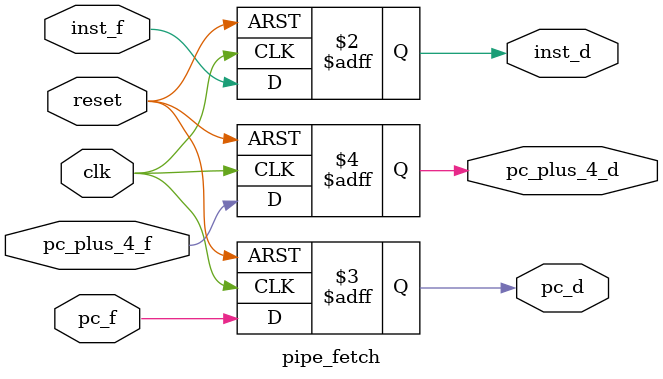
<source format=sv>
`timescale 1ns/1ns

module pipe_fetch(
	input logic	 clk,
	input logic  reset,
	input logic	 inst_f,
	input logic	 pc_f,
	input logic	 pc_plus_4_f,
	output logic inst_d,
	output logic pc_d,
	output logic pc_plus_4_d
);

always_ff @(posedge clk, posedge reset)
	if (reset) begin
		inst_d <= 0;
		pc_d <= 0;
		pc_plus_4_d <= 0;
	end
	else begin
		inst_d <= inst_f;
		pc_d <= pc_f;
		pc_plus_4_d <= pc_plus_4_f;
	end
endmodule

</source>
